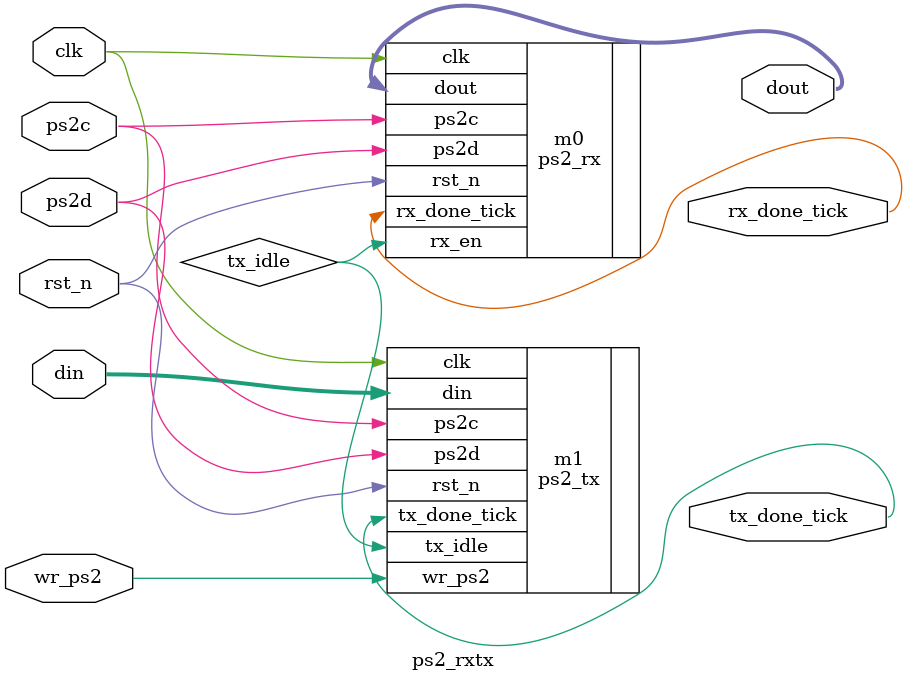
<source format=v>
`timescale 1ns / 1ps

module ps2_rxtx(
	input clk,rst_n,
	input[7:0] din, //8 bit data for tx
	input wr_ps2,
	inout ps2d,ps2c,
	output[10:0] dout, //11bit-data received from rx
	output rx_done_tick,
	output tx_done_tick
    );
	 wire tx_idle;
	 
	 ps2_rx m0
	 (
		.clk(clk),
		.rst_n(rst_n),
		.rx_en(tx_idle),
		.ps2d(ps2d),
		.ps2c(ps2c),
		.dout(dout), //startbit,8databits,paritybit,stopbit
		.rx_done_tick(rx_done_tick)
    );
	 
	 ps2_tx m1
	 (
		.clk(clk),
		.rst_n(rst_n),
		.wr_ps2(wr_ps2),
		.din(din),
		.ps2d(ps2d),
		.ps2c(ps2c),
		.tx_idle(tx_idle),
		.tx_done_tick(tx_done_tick)
    );


endmodule

</source>
